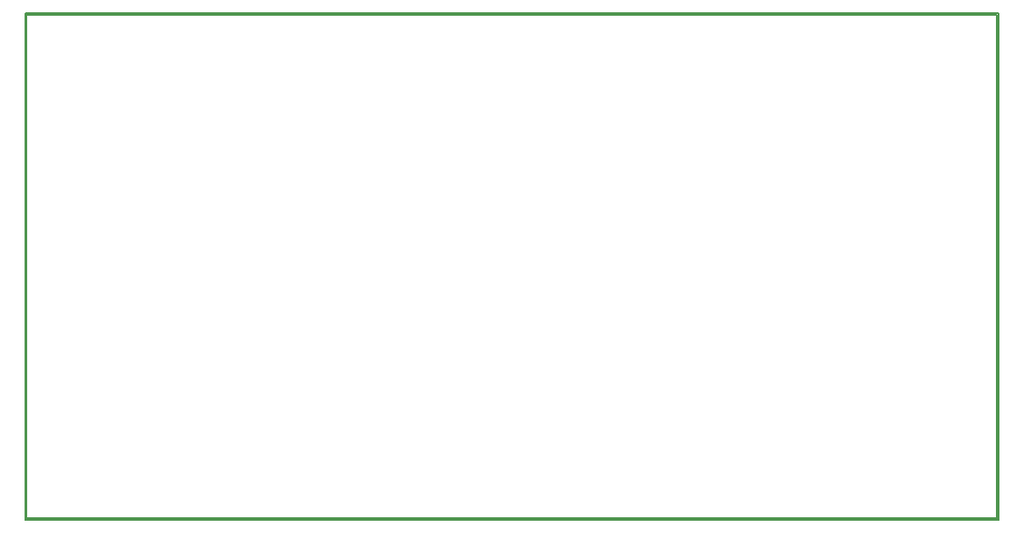
<source format=gko>
%FSLAX25Y25*%
%MOIN*%
G70*
G01*
G75*
G04 Layer_Color=16711935*
%ADD10C,0.27559*%
%ADD11C,0.00800*%
%ADD12C,0.03000*%
%ADD13C,0.01000*%
%ADD14C,0.01500*%
%ADD15C,0.00500*%
%ADD16C,0.10236*%
%ADD17C,0.05906*%
%ADD18C,0.12205*%
%ADD19R,0.05906X0.05906*%
%ADD20C,0.02000*%
%ADD21C,0.03000*%
%ADD22C,0.07874*%
%ADD23R,0.02756X0.03347*%
%ADD24O,0.08661X0.02362*%
%ADD25C,0.00787*%
%ADD26C,0.28359*%
%ADD27C,0.11036*%
%ADD28C,0.06706*%
%ADD29C,0.13005*%
%ADD30R,0.06706X0.06706*%
%ADD31R,0.03556X0.04147*%
%ADD32O,0.09461X0.03162*%
%ADD33C,0.02362*%
%ADD34C,0.00984*%
D15*
X369500Y-192400D02*
Y-600D01*
X600Y-192400D02*
Y-600D01*
X369500D01*
X600Y-192400D02*
X369500D01*
X0Y-192913D02*
X370200D01*
X0Y0D02*
X370200D01*
X0Y-192913D02*
Y0D01*
X370079Y-192913D02*
Y0D01*
M02*

</source>
